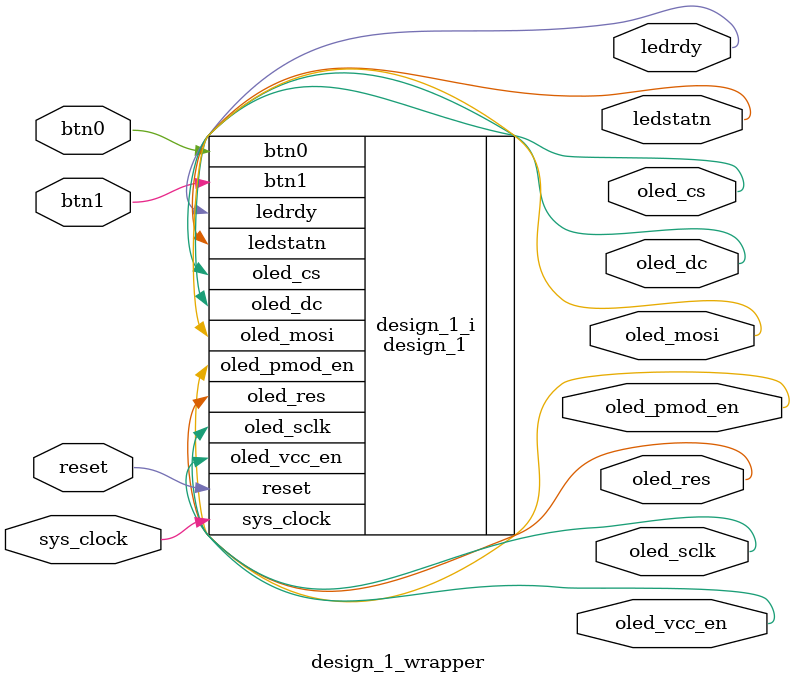
<source format=v>
`timescale 1 ps / 1 ps

module design_1_wrapper
   (btn0,
    btn1,
    ledrdy,
    ledstatn,
    oled_cs,
    oled_dc,
    oled_mosi,
    oled_pmod_en,
    oled_res,
    oled_sclk,
    oled_vcc_en,
    reset,
    sys_clock);
  input btn0;
  input btn1;
  output ledrdy;
  output ledstatn;
  output oled_cs;
  output oled_dc;
  output oled_mosi;
  output oled_pmod_en;
  output oled_res;
  output oled_sclk;
  output oled_vcc_en;
  input reset;
  input sys_clock;

  wire btn0;
  wire btn1;
  wire ledrdy;
  wire ledstatn;
  wire oled_cs;
  wire oled_dc;
  wire oled_mosi;
  wire oled_pmod_en;
  wire oled_res;
  wire oled_sclk;
  wire oled_vcc_en;
  wire reset;
  wire sys_clock;

  design_1 design_1_i
       (.btn0(btn0),
        .btn1(btn1),
        .ledrdy(ledrdy),
        .ledstatn(ledstatn),
        .oled_cs(oled_cs),
        .oled_dc(oled_dc),
        .oled_mosi(oled_mosi),
        .oled_pmod_en(oled_pmod_en),
        .oled_res(oled_res),
        .oled_sclk(oled_sclk),
        .oled_vcc_en(oled_vcc_en),
        .reset(reset),
        .sys_clock(sys_clock));
endmodule

</source>
